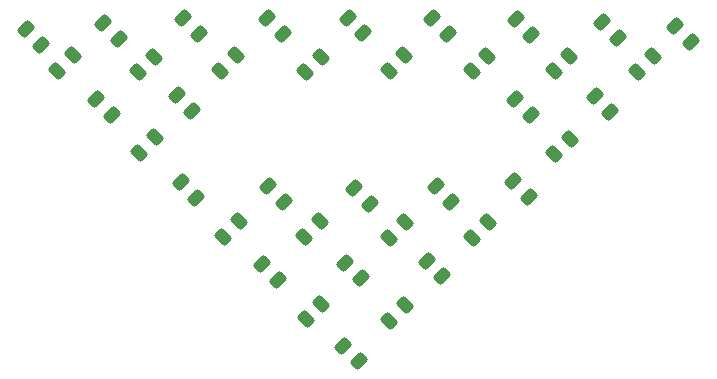
<source format=gbr>
G04 #@! TF.GenerationSoftware,KiCad,Pcbnew,(5.99.0-9526-g5c17ff0595)*
G04 #@! TF.CreationDate,2021-06-05T18:49:19-05:00*
G04 #@! TF.ProjectId,BlueTeamCon,426c7565-5465-4616-9d43-6f6e2e6b6963,rev?*
G04 #@! TF.SameCoordinates,Original*
G04 #@! TF.FileFunction,Paste,Top*
G04 #@! TF.FilePolarity,Positive*
%FSLAX46Y46*%
G04 Gerber Fmt 4.6, Leading zero omitted, Abs format (unit mm)*
G04 Created by KiCad (PCBNEW (5.99.0-9526-g5c17ff0595)) date 2021-06-05 18:49:19*
%MOMM*%
%LPD*%
G01*
G04 APERTURE LIST*
G04 Aperture macros list*
%AMRoundRect*
0 Rectangle with rounded corners*
0 $1 Rounding radius*
0 $2 $3 $4 $5 $6 $7 $8 $9 X,Y pos of 4 corners*
0 Add a 4 corners polygon primitive as box body*
4,1,4,$2,$3,$4,$5,$6,$7,$8,$9,$2,$3,0*
0 Add four circle primitives for the rounded corners*
1,1,$1+$1,$2,$3*
1,1,$1+$1,$4,$5*
1,1,$1+$1,$6,$7*
1,1,$1+$1,$8,$9*
0 Add four rect primitives between the rounded corners*
20,1,$1+$1,$2,$3,$4,$5,0*
20,1,$1+$1,$4,$5,$6,$7,0*
20,1,$1+$1,$6,$7,$8,$9,0*
20,1,$1+$1,$8,$9,$2,$3,0*%
G04 Aperture macros list end*
%ADD10RoundRect,0.243750X0.494975X0.150260X0.150260X0.494975X-0.494975X-0.150260X-0.150260X-0.494975X0*%
%ADD11RoundRect,0.243750X0.150260X-0.494975X0.494975X-0.150260X-0.150260X0.494975X-0.494975X0.150260X0*%
G04 APERTURE END LIST*
D10*
X122650000Y-109700000D03*
X121324174Y-108374174D03*
X129475000Y-109275000D03*
X128149174Y-107949174D03*
X136575826Y-109300826D03*
X135250000Y-107975000D03*
X143375826Y-109250826D03*
X142050000Y-107925000D03*
X150525826Y-109300826D03*
X149200000Y-107975000D03*
X157587913Y-109362913D03*
X156262087Y-108037087D03*
X164950826Y-109625826D03*
X163625000Y-108300000D03*
X171112913Y-109987913D03*
X169787087Y-108662087D03*
D11*
X117474174Y-112400826D03*
X118800000Y-111075000D03*
X124299174Y-112550826D03*
X125625000Y-111225000D03*
X131274174Y-112400826D03*
X132600000Y-111075000D03*
X138449174Y-112550826D03*
X139775000Y-111225000D03*
X145524174Y-112400826D03*
X146850000Y-111075000D03*
X152537087Y-112462913D03*
X153862913Y-111137087D03*
X159499174Y-112475826D03*
X160825000Y-111150000D03*
X166549174Y-112525826D03*
X167875000Y-111200000D03*
D10*
X122062913Y-116162913D03*
X120737087Y-114837087D03*
X128912913Y-115837913D03*
X127587087Y-114512087D03*
X157550826Y-116175826D03*
X156225000Y-114850000D03*
X164300826Y-115875826D03*
X162975000Y-114550000D03*
D11*
X124399174Y-119350826D03*
X125725000Y-118025000D03*
X159549174Y-119500826D03*
X160875000Y-118175000D03*
D10*
X129225826Y-123200826D03*
X127900000Y-121875000D03*
X136637913Y-123537913D03*
X135312087Y-122212087D03*
X143900826Y-123700826D03*
X142575000Y-122375000D03*
X150825826Y-123525826D03*
X149500000Y-122200000D03*
X157375826Y-123100826D03*
X156050000Y-121775000D03*
D11*
X131499174Y-126500826D03*
X132825000Y-125175000D03*
X138374174Y-126500826D03*
X139700000Y-125175000D03*
X145549174Y-126550826D03*
X146875000Y-125225000D03*
X152574174Y-126550826D03*
X153900000Y-125225000D03*
D10*
X136125826Y-130100826D03*
X134800000Y-128775000D03*
X143150826Y-130000826D03*
X141825000Y-128675000D03*
X150062913Y-129837913D03*
X148737087Y-128512087D03*
D11*
X138499174Y-133475826D03*
X139825000Y-132150000D03*
X145549174Y-133575826D03*
X146875000Y-132250000D03*
D10*
X142987913Y-137012913D03*
X141662087Y-135687087D03*
X116125826Y-110225826D03*
X114800000Y-108900000D03*
M02*

</source>
